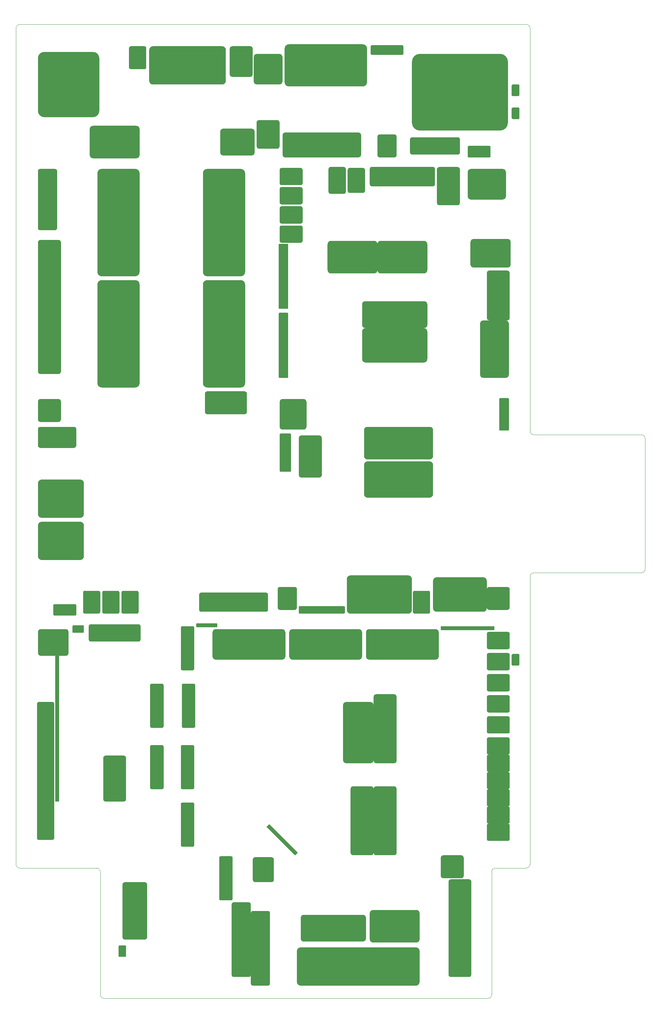
<source format=gbr>
G04 #@! TF.GenerationSoftware,KiCad,Pcbnew,6.0.10+dfsg-1~bpo11+1*
G04 #@! TF.ProjectId,main,6d61696e-2e6b-4696-9361-645f70636258,5.0*
G04 #@! TF.SameCoordinates,Original*
G04 #@! TF.FileFunction,Copper,L1,Top*
G04 #@! TF.FilePolarity,Positive*
%FSLAX46Y46*%
G04 Gerber Fmt 4.6, Leading zero omitted, Abs format (unit mm)*
%MOMM*%
%LPD*%
G01*
G04 APERTURE LIST*
G04 #@! TA.AperFunction,Profile*
%ADD10C,0.120000*%
G04 #@! TD*
G04 APERTURE END LIST*
D10*
X237280000Y-163320000D02*
X209280000Y-163320000D01*
X207280000Y-240320000D02*
X199280000Y-240320000D01*
X75280000Y-20320000D02*
X207280000Y-20320000D01*
X198280000Y-241320000D02*
X198280000Y-273320000D01*
X238280000Y-128320000D02*
X238280000Y-162320000D01*
X209280000Y-127320000D02*
X237280000Y-127320000D01*
X197280000Y-274320000D02*
X97280000Y-274320000D01*
X74280000Y-239320000D02*
X74280000Y-21320000D01*
X208280000Y-164320000D02*
X208280000Y-239320000D01*
X95280000Y-240320000D02*
X75280000Y-240320000D01*
X208280000Y-21320000D02*
X208280000Y-126320000D01*
X96280000Y-273320000D02*
X96280000Y-241320000D01*
X96280000Y-241320000D02*
G75*
G03*
X95280000Y-240320000I-1000000J0D01*
G01*
X209280000Y-163320000D02*
G75*
G03*
X208280000Y-164320000I0J-1000000D01*
G01*
X237280000Y-163320000D02*
G75*
G03*
X238280000Y-162320000I0J1000000D01*
G01*
X208280000Y-126320000D02*
G75*
G03*
X209280000Y-127320000I1000000J0D01*
G01*
X75280000Y-20320000D02*
G75*
G03*
X74280000Y-21320000I-1J-999999D01*
G01*
X199280000Y-240320000D02*
G75*
G03*
X198280000Y-241320000I0J-1000000D01*
G01*
X207280000Y-240320000D02*
G75*
G03*
X208280000Y-239320000I0J1000000D01*
G01*
X74280000Y-239320000D02*
G75*
G03*
X75280000Y-240320000I999999J-1D01*
G01*
X96280000Y-273320000D02*
G75*
G03*
X97280000Y-274320000I1000000J0D01*
G01*
X197280000Y-274320000D02*
G75*
G03*
X198280000Y-273320000I0J1000000D01*
G01*
X208280000Y-21320000D02*
G75*
G03*
X207280000Y-20320000I-1000000J0D01*
G01*
X238280000Y-128320000D02*
G75*
G03*
X237280000Y-127320000I-1000000J0D01*
G01*
G04 #@! TA.AperFunction,SMDPad,CuDef*
G36*
G01*
X109000000Y-35000000D02*
X109000000Y-27000000D01*
G75*
G02*
X110000000Y-26000000I1000000J0D01*
G01*
X128000000Y-26000000D01*
G75*
G02*
X129000000Y-27000000I0J-1000000D01*
G01*
X129000000Y-35000000D01*
G75*
G02*
X128000000Y-36000000I-1000000J0D01*
G01*
X110000000Y-36000000D01*
G75*
G02*
X109000000Y-35000000I0J1000000D01*
G01*
G37*
G04 #@! TD.AperFunction*
G04 #@! TA.AperFunction,SMDPad,CuDef*
G36*
G01*
X102800000Y-263500000D02*
X101200000Y-263500000D01*
G75*
G02*
X101000000Y-263300000I0J200000D01*
G01*
X101000000Y-260700000D01*
G75*
G02*
X101200000Y-260500000I200000J0D01*
G01*
X102800000Y-260500000D01*
G75*
G02*
X103000000Y-260700000I0J-200000D01*
G01*
X103000000Y-263300000D01*
G75*
G02*
X102800000Y-263500000I-200000J0D01*
G01*
G37*
G04 #@! TD.AperFunction*
G04 #@! TA.AperFunction,SMDPad,CuDef*
G36*
G01*
X148550000Y-62250000D02*
X143450000Y-62250000D01*
G75*
G02*
X143000000Y-61800000I0J450000D01*
G01*
X143000000Y-58200000D01*
G75*
G02*
X143450000Y-57750000I450000J0D01*
G01*
X148550000Y-57750000D01*
G75*
G02*
X149000000Y-58200000I0J-450000D01*
G01*
X149000000Y-61800000D01*
G75*
G02*
X148550000Y-62250000I-450000J0D01*
G01*
G37*
G04 #@! TD.AperFunction*
G04 #@! TA.AperFunction,SMDPad,CuDef*
G36*
G01*
X181500000Y-93200000D02*
X181500000Y-98800000D01*
G75*
G02*
X180800000Y-99500000I-700000J0D01*
G01*
X165200000Y-99500000D01*
G75*
G02*
X164500000Y-98800000I0J700000D01*
G01*
X164500000Y-93200000D01*
G75*
G02*
X165200000Y-92500000I700000J0D01*
G01*
X180800000Y-92500000D01*
G75*
G02*
X181500000Y-93200000I0J-700000D01*
G01*
G37*
G04 #@! TD.AperFunction*
G04 #@! TA.AperFunction,SMDPad,CuDef*
G36*
G01*
X94400000Y-44500000D02*
X81600000Y-44500000D01*
G75*
G02*
X80000000Y-42900000I0J1600000D01*
G01*
X80000000Y-29100000D01*
G75*
G02*
X81600000Y-27500000I1600000J0D01*
G01*
X94400000Y-27500000D01*
G75*
G02*
X96000000Y-29100000I0J-1600000D01*
G01*
X96000000Y-42900000D01*
G75*
G02*
X94400000Y-44500000I-1600000J0D01*
G01*
G37*
G04 #@! TD.AperFunction*
G04 #@! TA.AperFunction,SMDPad,CuDef*
G36*
G01*
X80000000Y-184300000D02*
X80000000Y-178700000D01*
G75*
G02*
X80700000Y-178000000I700000J0D01*
G01*
X87300000Y-178000000D01*
G75*
G02*
X88000000Y-178700000I0J-700000D01*
G01*
X88000000Y-184300000D01*
G75*
G02*
X87300000Y-185000000I-700000J0D01*
G01*
X80700000Y-185000000D01*
G75*
G02*
X80000000Y-184300000I0J700000D01*
G01*
G37*
G04 #@! TD.AperFunction*
G04 #@! TA.AperFunction,SMDPad,CuDef*
G36*
G01*
X145500000Y-185200000D02*
X145500000Y-178800000D01*
G75*
G02*
X146300000Y-178000000I800000J0D01*
G01*
X163700000Y-178000000D01*
G75*
G02*
X164500000Y-178800000I0J-800000D01*
G01*
X164500000Y-185200000D01*
G75*
G02*
X163700000Y-186000000I-800000J0D01*
G01*
X146300000Y-186000000D01*
G75*
G02*
X145500000Y-185200000I0J800000D01*
G01*
G37*
G04 #@! TD.AperFunction*
G04 #@! TA.AperFunction,SMDPad,CuDef*
G36*
G01*
X187600000Y-243250000D02*
X192400000Y-243250000D01*
G75*
G02*
X193000000Y-243850000I0J-600000D01*
G01*
X193000000Y-268150000D01*
G75*
G02*
X192400000Y-268750000I-600000J0D01*
G01*
X187600000Y-268750000D01*
G75*
G02*
X187000000Y-268150000I0J600000D01*
G01*
X187000000Y-243850000D01*
G75*
G02*
X187600000Y-243250000I600000J0D01*
G01*
G37*
G04 #@! TD.AperFunction*
G04 #@! TA.AperFunction,SMDPad,CuDef*
G36*
G01*
X96600000Y-87000000D02*
X105400000Y-87000000D01*
G75*
G02*
X106500000Y-88100000I0J-1100000D01*
G01*
X106500000Y-113900000D01*
G75*
G02*
X105400000Y-115000000I-1100000J0D01*
G01*
X96600000Y-115000000D01*
G75*
G02*
X95500000Y-113900000I0J1100000D01*
G01*
X95500000Y-88100000D01*
G75*
G02*
X96600000Y-87000000I1100000J0D01*
G01*
G37*
G04 #@! TD.AperFunction*
G04 #@! TA.AperFunction,SMDPad,CuDef*
G36*
G01*
X109600000Y-208250000D02*
X112400000Y-208250000D01*
G75*
G02*
X112750000Y-208600000I0J-350000D01*
G01*
X112750000Y-219400000D01*
G75*
G02*
X112400000Y-219750000I-350000J0D01*
G01*
X109600000Y-219750000D01*
G75*
G02*
X109250000Y-219400000I0J350000D01*
G01*
X109250000Y-208600000D01*
G75*
G02*
X109600000Y-208250000I350000J0D01*
G01*
G37*
G04 #@! TD.AperFunction*
G04 #@! TA.AperFunction,SMDPad,CuDef*
G36*
G01*
X85400000Y-111500000D02*
X80600000Y-111500000D01*
G75*
G02*
X80000000Y-110900000I0J600000D01*
G01*
X80000000Y-77100000D01*
G75*
G02*
X80600000Y-76500000I600000J0D01*
G01*
X85400000Y-76500000D01*
G75*
G02*
X86000000Y-77100000I0J-600000D01*
G01*
X86000000Y-110900000D01*
G75*
G02*
X85400000Y-111500000I-600000J0D01*
G01*
G37*
G04 #@! TD.AperFunction*
G04 #@! TA.AperFunction,SMDPad,CuDef*
G36*
G01*
X93250000Y-180800000D02*
X93250000Y-177200000D01*
G75*
G02*
X93700000Y-176750000I450000J0D01*
G01*
X106300000Y-176750000D01*
G75*
G02*
X106750000Y-177200000I0J-450000D01*
G01*
X106750000Y-180800000D01*
G75*
G02*
X106300000Y-181250000I-450000J0D01*
G01*
X93700000Y-181250000D01*
G75*
G02*
X93250000Y-180800000I0J450000D01*
G01*
G37*
G04 #@! TD.AperFunction*
G04 #@! TA.AperFunction,SMDPad,CuDef*
G36*
G01*
X103750000Y-31550000D02*
X103750000Y-26450000D01*
G75*
G02*
X104200000Y-26000000I450000J0D01*
G01*
X107800000Y-26000000D01*
G75*
G02*
X108250000Y-26450000I0J-450000D01*
G01*
X108250000Y-31550000D01*
G75*
G02*
X107800000Y-32000000I-450000J0D01*
G01*
X104200000Y-32000000D01*
G75*
G02*
X103750000Y-31550000I0J450000D01*
G01*
G37*
G04 #@! TD.AperFunction*
G04 #@! TA.AperFunction,SMDPad,CuDef*
G36*
G01*
X85400000Y-124000000D02*
X80600000Y-124000000D01*
G75*
G02*
X80000000Y-123400000I0J600000D01*
G01*
X80000000Y-118600000D01*
G75*
G02*
X80600000Y-118000000I600000J0D01*
G01*
X85400000Y-118000000D01*
G75*
G02*
X86000000Y-118600000I0J-600000D01*
G01*
X86000000Y-123400000D01*
G75*
G02*
X85400000Y-124000000I-600000J0D01*
G01*
G37*
G04 #@! TD.AperFunction*
G04 #@! TA.AperFunction,SMDPad,CuDef*
G36*
G01*
X196000000Y-97500000D02*
X202000000Y-97500000D01*
G75*
G02*
X202750000Y-98250000I0J-750000D01*
G01*
X202750000Y-111750000D01*
G75*
G02*
X202000000Y-112500000I-750000J0D01*
G01*
X196000000Y-112500000D01*
G75*
G02*
X195250000Y-111750000I0J750000D01*
G01*
X195250000Y-98250000D01*
G75*
G02*
X196000000Y-97500000I750000J0D01*
G01*
G37*
G04 #@! TD.AperFunction*
G04 #@! TA.AperFunction,SMDPad,CuDef*
G36*
G01*
X184000000Y-66900000D02*
X184000000Y-58100000D01*
G75*
G02*
X184600000Y-57500000I600000J0D01*
G01*
X189400000Y-57500000D01*
G75*
G02*
X190000000Y-58100000I0J-600000D01*
G01*
X190000000Y-66900000D01*
G75*
G02*
X189400000Y-67500000I-600000J0D01*
G01*
X184600000Y-67500000D01*
G75*
G02*
X184000000Y-66900000I0J600000D01*
G01*
G37*
G04 #@! TD.AperFunction*
G04 #@! TA.AperFunction,SMDPad,CuDef*
G36*
G01*
X128200000Y-47500000D02*
X135800000Y-47500000D01*
G75*
G02*
X136500000Y-48200000I0J-700000D01*
G01*
X136500000Y-53800000D01*
G75*
G02*
X135800000Y-54500000I-700000J0D01*
G01*
X128200000Y-54500000D01*
G75*
G02*
X127500000Y-53800000I0J700000D01*
G01*
X127500000Y-48200000D01*
G75*
G02*
X128200000Y-47500000I700000J0D01*
G01*
G37*
G04 #@! TD.AperFunction*
G04 #@! TA.AperFunction,SMDPad,CuDef*
G36*
G01*
X117600000Y-223250000D02*
X120400000Y-223250000D01*
G75*
G02*
X120750000Y-223600000I0J-350000D01*
G01*
X120750000Y-234400000D01*
G75*
G02*
X120400000Y-234750000I-350000J0D01*
G01*
X117600000Y-234750000D01*
G75*
G02*
X117250000Y-234400000I0J350000D01*
G01*
X117250000Y-223600000D01*
G75*
G02*
X117600000Y-223250000I350000J0D01*
G01*
G37*
G04 #@! TD.AperFunction*
G04 #@! TA.AperFunction,SMDPad,CuDef*
G36*
G01*
X197000000Y-165400000D02*
X197000000Y-172600000D01*
G75*
G02*
X196100000Y-173500000I-900000J0D01*
G01*
X183900000Y-173500000D01*
G75*
G02*
X183000000Y-172600000I0J900000D01*
G01*
X183000000Y-165400000D01*
G75*
G02*
X183900000Y-164500000I900000J0D01*
G01*
X196100000Y-164500000D01*
G75*
G02*
X197000000Y-165400000I0J-900000D01*
G01*
G37*
G04 #@! TD.AperFunction*
G04 #@! TA.AperFunction,SMDPad,CuDef*
G36*
G01*
X205300000Y-39000000D02*
X203700000Y-39000000D01*
G75*
G02*
X203500000Y-38800000I0J200000D01*
G01*
X203500000Y-36200000D01*
G75*
G02*
X203700000Y-36000000I200000J0D01*
G01*
X205300000Y-36000000D01*
G75*
G02*
X205500000Y-36200000I0J-200000D01*
G01*
X205500000Y-38800000D01*
G75*
G02*
X205300000Y-39000000I-200000J0D01*
G01*
G37*
G04 #@! TD.AperFunction*
G04 #@! TA.AperFunction,SMDPad,CuDef*
G36*
G01*
X165500000Y-185200000D02*
X165500000Y-178800000D01*
G75*
G02*
X166300000Y-178000000I800000J0D01*
G01*
X183700000Y-178000000D01*
G75*
G02*
X184500000Y-178800000I0J-800000D01*
G01*
X184500000Y-185200000D01*
G75*
G02*
X183700000Y-186000000I-800000J0D01*
G01*
X166300000Y-186000000D01*
G75*
G02*
X165500000Y-185200000I0J800000D01*
G01*
G37*
G04 #@! TD.AperFunction*
G04 #@! TA.AperFunction,SMDPad,CuDef*
G36*
G01*
X205300000Y-45000000D02*
X203700000Y-45000000D01*
G75*
G02*
X203500000Y-44800000I0J200000D01*
G01*
X203500000Y-42200000D01*
G75*
G02*
X203700000Y-42000000I200000J0D01*
G01*
X205300000Y-42000000D01*
G75*
G02*
X205500000Y-42200000I0J-200000D01*
G01*
X205500000Y-44800000D01*
G75*
G02*
X205300000Y-45000000I-200000J0D01*
G01*
G37*
G04 #@! TD.AperFunction*
G04 #@! TA.AperFunction,SMDPad,CuDef*
G36*
G01*
X203000000Y-167600000D02*
X203000000Y-172400000D01*
G75*
G02*
X202400000Y-173000000I-600000J0D01*
G01*
X197600000Y-173000000D01*
G75*
G02*
X197000000Y-172400000I0J600000D01*
G01*
X197000000Y-167600000D01*
G75*
G02*
X197600000Y-167000000I600000J0D01*
G01*
X202400000Y-167000000D01*
G75*
G02*
X203000000Y-167600000I0J-600000D01*
G01*
G37*
G04 #@! TD.AperFunction*
G04 #@! TA.AperFunction,SMDPad,CuDef*
G36*
G01*
X177500000Y-165000000D02*
X177500000Y-173000000D01*
G75*
G02*
X176500000Y-174000000I-1000000J0D01*
G01*
X161500000Y-174000000D01*
G75*
G02*
X160500000Y-173000000I0J1000000D01*
G01*
X160500000Y-165000000D01*
G75*
G02*
X161500000Y-164000000I1000000J0D01*
G01*
X176500000Y-164000000D01*
G75*
G02*
X177500000Y-165000000I0J-1000000D01*
G01*
G37*
G04 #@! TD.AperFunction*
G04 #@! TA.AperFunction,SMDPad,CuDef*
G36*
G01*
X147636397Y-236363604D02*
X147070711Y-236929290D01*
G75*
G02*
X146929289Y-236929290I-70711J70711D01*
G01*
X139646089Y-229646090D01*
G75*
G02*
X139646089Y-229504668I70711J70711D01*
G01*
X140211775Y-228938982D01*
G75*
G02*
X140353197Y-228938982I70711J-70711D01*
G01*
X147636397Y-236222182D01*
G75*
G02*
X147636397Y-236363604I-70711J-70711D01*
G01*
G37*
G04 #@! TD.AperFunction*
G04 #@! TA.AperFunction,SMDPad,CuDef*
G36*
G01*
X131000000Y-249250000D02*
X135000000Y-249250000D01*
G75*
G02*
X135500000Y-249750000I0J-500000D01*
G01*
X135500000Y-268250000D01*
G75*
G02*
X135000000Y-268750000I-500000J0D01*
G01*
X131000000Y-268750000D01*
G75*
G02*
X130500000Y-268250000I0J500000D01*
G01*
X130500000Y-249750000D01*
G75*
G02*
X131000000Y-249250000I500000J0D01*
G01*
G37*
G04 #@! TD.AperFunction*
G04 #@! TA.AperFunction,SMDPad,CuDef*
G36*
G01*
X101250000Y-168450000D02*
X101250000Y-173550000D01*
G75*
G02*
X100800000Y-174000000I-450000J0D01*
G01*
X97200000Y-174000000D01*
G75*
G02*
X96750000Y-173550000I0J450000D01*
G01*
X96750000Y-168450000D01*
G75*
G02*
X97200000Y-168000000I450000J0D01*
G01*
X100800000Y-168000000D01*
G75*
G02*
X101250000Y-168450000I0J-450000D01*
G01*
G37*
G04 #@! TD.AperFunction*
G04 #@! TA.AperFunction,SMDPad,CuDef*
G36*
G01*
X193500000Y-76250000D02*
X202500000Y-76250000D01*
G75*
G02*
X203250000Y-77000000I0J-750000D01*
G01*
X203250000Y-83000000D01*
G75*
G02*
X202500000Y-83750000I-750000J0D01*
G01*
X193500000Y-83750000D01*
G75*
G02*
X192750000Y-83000000I0J750000D01*
G01*
X192750000Y-77000000D01*
G75*
G02*
X193500000Y-76250000I750000J0D01*
G01*
G37*
G04 #@! TD.AperFunction*
G04 #@! TA.AperFunction,SMDPad,CuDef*
G36*
G01*
X83800000Y-233000000D02*
X80200000Y-233000000D01*
G75*
G02*
X79750000Y-232550000I0J450000D01*
G01*
X79750000Y-197450000D01*
G75*
G02*
X80200000Y-197000000I450000J0D01*
G01*
X83800000Y-197000000D01*
G75*
G02*
X84250000Y-197450000I0J-450000D01*
G01*
X84250000Y-232550000D01*
G75*
G02*
X83800000Y-233000000I-450000J0D01*
G01*
G37*
G04 #@! TD.AperFunction*
G04 #@! TA.AperFunction,SMDPad,CuDef*
G36*
G01*
X192000000Y-54700000D02*
X192000000Y-52300000D01*
G75*
G02*
X192300000Y-52000000I300000J0D01*
G01*
X197700000Y-52000000D01*
G75*
G02*
X198000000Y-52300000I0J-300000D01*
G01*
X198000000Y-54700000D01*
G75*
G02*
X197700000Y-55000000I-300000J0D01*
G01*
X192300000Y-55000000D01*
G75*
G02*
X192000000Y-54700000I0J300000D01*
G01*
G37*
G04 #@! TD.AperFunction*
G04 #@! TA.AperFunction,SMDPad,CuDef*
G36*
G01*
X165500000Y-253200000D02*
X165500000Y-258800000D01*
G75*
G02*
X164800000Y-259500000I-700000J0D01*
G01*
X149200000Y-259500000D01*
G75*
G02*
X148500000Y-258800000I0J700000D01*
G01*
X148500000Y-253200000D01*
G75*
G02*
X149200000Y-252500000I700000J0D01*
G01*
X164800000Y-252500000D01*
G75*
G02*
X165500000Y-253200000I0J-700000D01*
G01*
G37*
G04 #@! TD.AperFunction*
G04 #@! TA.AperFunction,SMDPad,CuDef*
G36*
G01*
X130000000Y-33400000D02*
X130000000Y-26600000D01*
G75*
G02*
X130600000Y-26000000I600000J0D01*
G01*
X135400000Y-26000000D01*
G75*
G02*
X136000000Y-26600000I0J-600000D01*
G01*
X136000000Y-33400000D01*
G75*
G02*
X135400000Y-34000000I-600000J0D01*
G01*
X130600000Y-34000000D01*
G75*
G02*
X130000000Y-33400000I0J600000D01*
G01*
G37*
G04 #@! TD.AperFunction*
G04 #@! TA.AperFunction,SMDPad,CuDef*
G36*
G01*
X90000000Y-171800000D02*
X90000000Y-174200000D01*
G75*
G02*
X89700000Y-174500000I-300000J0D01*
G01*
X84300000Y-174500000D01*
G75*
G02*
X84000000Y-174200000I0J300000D01*
G01*
X84000000Y-171800000D01*
G75*
G02*
X84300000Y-171500000I300000J0D01*
G01*
X89700000Y-171500000D01*
G75*
G02*
X90000000Y-171800000I0J-300000D01*
G01*
G37*
G04 #@! TD.AperFunction*
G04 #@! TA.AperFunction,SMDPad,CuDef*
G36*
G01*
X197450000Y-228750000D02*
X202550000Y-228750000D01*
G75*
G02*
X203000000Y-229200000I0J-450000D01*
G01*
X203000000Y-232800000D01*
G75*
G02*
X202550000Y-233250000I-450000J0D01*
G01*
X197450000Y-233250000D01*
G75*
G02*
X197000000Y-232800000I0J450000D01*
G01*
X197000000Y-229200000D01*
G75*
G02*
X197450000Y-228750000I450000J0D01*
G01*
G37*
G04 #@! TD.AperFunction*
G04 #@! TA.AperFunction,SMDPad,CuDef*
G36*
G01*
X160750000Y-63800000D02*
X160750000Y-58200000D01*
G75*
G02*
X161200000Y-57750000I450000J0D01*
G01*
X164800000Y-57750000D01*
G75*
G02*
X165250000Y-58200000I0J-450000D01*
G01*
X165250000Y-63800000D01*
G75*
G02*
X164800000Y-64250000I-450000J0D01*
G01*
X161200000Y-64250000D01*
G75*
G02*
X160750000Y-63800000I0J450000D01*
G01*
G37*
G04 #@! TD.AperFunction*
G04 #@! TA.AperFunction,SMDPad,CuDef*
G36*
G01*
X123500000Y-121400000D02*
X123500000Y-116600000D01*
G75*
G02*
X124100000Y-116000000I600000J0D01*
G01*
X133900000Y-116000000D01*
G75*
G02*
X134500000Y-116600000I0J-600000D01*
G01*
X134500000Y-121400000D01*
G75*
G02*
X133900000Y-122000000I-600000J0D01*
G01*
X124100000Y-122000000D01*
G75*
G02*
X123500000Y-121400000I0J600000D01*
G01*
G37*
G04 #@! TD.AperFunction*
G04 #@! TA.AperFunction,SMDPad,CuDef*
G36*
G01*
X89000000Y-178800000D02*
X89000000Y-177200000D01*
G75*
G02*
X89200000Y-177000000I200000J0D01*
G01*
X91800000Y-177000000D01*
G75*
G02*
X92000000Y-177200000I0J-200000D01*
G01*
X92000000Y-178800000D01*
G75*
G02*
X91800000Y-179000000I-200000J0D01*
G01*
X89200000Y-179000000D01*
G75*
G02*
X89000000Y-178800000I0J200000D01*
G01*
G37*
G04 #@! TD.AperFunction*
G04 #@! TA.AperFunction,SMDPad,CuDef*
G36*
G01*
X117850000Y-192250000D02*
X120650000Y-192250000D01*
G75*
G02*
X121000000Y-192600000I0J-350000D01*
G01*
X121000000Y-203400000D01*
G75*
G02*
X120650000Y-203750000I-350000J0D01*
G01*
X117850000Y-203750000D01*
G75*
G02*
X117500000Y-203400000I0J350000D01*
G01*
X117500000Y-192600000D01*
G75*
G02*
X117850000Y-192250000I350000J0D01*
G01*
G37*
G04 #@! TD.AperFunction*
G04 #@! TA.AperFunction,SMDPad,CuDef*
G36*
G01*
X97600000Y-211000000D02*
X102400000Y-211000000D01*
G75*
G02*
X103000000Y-211600000I0J-600000D01*
G01*
X103000000Y-222400000D01*
G75*
G02*
X102400000Y-223000000I-600000J0D01*
G01*
X97600000Y-223000000D01*
G75*
G02*
X97000000Y-222400000I0J600000D01*
G01*
X97000000Y-211600000D01*
G75*
G02*
X97600000Y-211000000I600000J0D01*
G01*
G37*
G04 #@! TD.AperFunction*
G04 #@! TA.AperFunction,SMDPad,CuDef*
G36*
G01*
X197450000Y-224250000D02*
X202550000Y-224250000D01*
G75*
G02*
X203000000Y-224700000I0J-450000D01*
G01*
X203000000Y-228300000D01*
G75*
G02*
X202550000Y-228750000I-450000J0D01*
G01*
X197450000Y-228750000D01*
G75*
G02*
X197000000Y-228300000I0J450000D01*
G01*
X197000000Y-224700000D01*
G75*
G02*
X197450000Y-224250000I450000J0D01*
G01*
G37*
G04 #@! TD.AperFunction*
G04 #@! TA.AperFunction,SMDPad,CuDef*
G36*
G01*
X145000000Y-112500000D02*
X143000000Y-112500000D01*
G75*
G02*
X142750000Y-112250000I0J250000D01*
G01*
X142750000Y-95750000D01*
G75*
G02*
X143000000Y-95500000I250000J0D01*
G01*
X145000000Y-95500000D01*
G75*
G02*
X145250000Y-95750000I0J-250000D01*
G01*
X145250000Y-112250000D01*
G75*
G02*
X145000000Y-112500000I-250000J0D01*
G01*
G37*
G04 #@! TD.AperFunction*
G04 #@! TA.AperFunction,SMDPad,CuDef*
G36*
G01*
X85400000Y-223000000D02*
X84600000Y-223000000D01*
G75*
G02*
X84500000Y-222900000I0J100000D01*
G01*
X84500000Y-185100000D01*
G75*
G02*
X84600000Y-185000000I100000J0D01*
G01*
X85400000Y-185000000D01*
G75*
G02*
X85500000Y-185100000I0J-100000D01*
G01*
X85500000Y-222900000D01*
G75*
G02*
X85400000Y-223000000I-100000J0D01*
G01*
G37*
G04 #@! TD.AperFunction*
G04 #@! TA.AperFunction,SMDPad,CuDef*
G36*
G01*
X197450000Y-206250000D02*
X202550000Y-206250000D01*
G75*
G02*
X203000000Y-206700000I0J-450000D01*
G01*
X203000000Y-210300000D01*
G75*
G02*
X202550000Y-210750000I-450000J0D01*
G01*
X197450000Y-210750000D01*
G75*
G02*
X197000000Y-210300000I0J450000D01*
G01*
X197000000Y-206700000D01*
G75*
G02*
X197450000Y-206250000I450000J0D01*
G01*
G37*
G04 #@! TD.AperFunction*
G04 #@! TA.AperFunction,SMDPad,CuDef*
G36*
G01*
X166750000Y-28000000D02*
X166750000Y-26000000D01*
G75*
G02*
X167000000Y-25750000I250000J0D01*
G01*
X175000000Y-25750000D01*
G75*
G02*
X175250000Y-26000000I0J-250000D01*
G01*
X175250000Y-28000000D01*
G75*
G02*
X175000000Y-28250000I-250000J0D01*
G01*
X167000000Y-28250000D01*
G75*
G02*
X166750000Y-28000000I0J250000D01*
G01*
G37*
G04 #@! TD.AperFunction*
G04 #@! TA.AperFunction,SMDPad,CuDef*
G36*
G01*
X140000000Y-271000000D02*
X136000000Y-271000000D01*
G75*
G02*
X135500000Y-270500000I0J500000D01*
G01*
X135500000Y-252000000D01*
G75*
G02*
X136000000Y-251500000I500000J0D01*
G01*
X140000000Y-251500000D01*
G75*
G02*
X140500000Y-252000000I0J-500000D01*
G01*
X140500000Y-270500000D01*
G75*
G02*
X140000000Y-271000000I-500000J0D01*
G01*
G37*
G04 #@! TD.AperFunction*
G04 #@! TA.AperFunction,SMDPad,CuDef*
G36*
G01*
X182250000Y-168450000D02*
X182250000Y-173550000D01*
G75*
G02*
X181800000Y-174000000I-450000J0D01*
G01*
X178200000Y-174000000D01*
G75*
G02*
X177750000Y-173550000I0J450000D01*
G01*
X177750000Y-168450000D01*
G75*
G02*
X178200000Y-168000000I450000J0D01*
G01*
X181800000Y-168000000D01*
G75*
G02*
X182250000Y-168450000I0J-450000D01*
G01*
G37*
G04 #@! TD.AperFunction*
G04 #@! TA.AperFunction,SMDPad,CuDef*
G36*
G01*
X197450000Y-184250000D02*
X202550000Y-184250000D01*
G75*
G02*
X203000000Y-184700000I0J-450000D01*
G01*
X203000000Y-188300000D01*
G75*
G02*
X202550000Y-188750000I-450000J0D01*
G01*
X197450000Y-188750000D01*
G75*
G02*
X197000000Y-188300000I0J450000D01*
G01*
X197000000Y-184700000D01*
G75*
G02*
X197450000Y-184250000I450000J0D01*
G01*
G37*
G04 #@! TD.AperFunction*
G04 #@! TA.AperFunction,SMDPad,CuDef*
G36*
G01*
X197450000Y-210750000D02*
X202550000Y-210750000D01*
G75*
G02*
X203000000Y-211200000I0J-450000D01*
G01*
X203000000Y-214800000D01*
G75*
G02*
X202550000Y-215250000I-450000J0D01*
G01*
X197450000Y-215250000D01*
G75*
G02*
X197000000Y-214800000I0J450000D01*
G01*
X197000000Y-211200000D01*
G75*
G02*
X197450000Y-210750000I450000J0D01*
G01*
G37*
G04 #@! TD.AperFunction*
G04 #@! TA.AperFunction,SMDPad,CuDef*
G36*
G01*
X140000000Y-169000000D02*
X140000000Y-173000000D01*
G75*
G02*
X139500000Y-173500000I-500000J0D01*
G01*
X122500000Y-173500000D01*
G75*
G02*
X122000000Y-173000000I0J500000D01*
G01*
X122000000Y-169000000D01*
G75*
G02*
X122500000Y-168500000I500000J0D01*
G01*
X139500000Y-168500000D01*
G75*
G02*
X140000000Y-169000000I0J-500000D01*
G01*
G37*
G04 #@! TD.AperFunction*
G04 #@! TA.AperFunction,SMDPad,CuDef*
G36*
G01*
X197600000Y-84500000D02*
X202400000Y-84500000D01*
G75*
G02*
X203000000Y-85100000I0J-600000D01*
G01*
X203000000Y-96900000D01*
G75*
G02*
X202400000Y-97500000I-600000J0D01*
G01*
X197600000Y-97500000D01*
G75*
G02*
X197000000Y-96900000I0J600000D01*
G01*
X197000000Y-85100000D01*
G75*
G02*
X197600000Y-84500000I600000J0D01*
G01*
G37*
G04 #@! TD.AperFunction*
G04 #@! TA.AperFunction,SMDPad,CuDef*
G36*
G01*
X197450000Y-189750000D02*
X202550000Y-189750000D01*
G75*
G02*
X203000000Y-190200000I0J-450000D01*
G01*
X203000000Y-193800000D01*
G75*
G02*
X202550000Y-194250000I-450000J0D01*
G01*
X197450000Y-194250000D01*
G75*
G02*
X197000000Y-193800000I0J450000D01*
G01*
X197000000Y-190200000D01*
G75*
G02*
X197450000Y-189750000I450000J0D01*
G01*
G37*
G04 #@! TD.AperFunction*
G04 #@! TA.AperFunction,SMDPad,CuDef*
G36*
G01*
X172900000Y-237000000D02*
X168100000Y-237000000D01*
G75*
G02*
X167500000Y-236400000I0J600000D01*
G01*
X167500000Y-219600000D01*
G75*
G02*
X168100000Y-219000000I600000J0D01*
G01*
X172900000Y-219000000D01*
G75*
G02*
X173500000Y-219600000I0J-600000D01*
G01*
X173500000Y-236400000D01*
G75*
G02*
X172900000Y-237000000I-600000J0D01*
G01*
G37*
G04 #@! TD.AperFunction*
G04 #@! TA.AperFunction,SMDPad,CuDef*
G36*
G01*
X160000000Y-172200000D02*
X160000000Y-173800000D01*
G75*
G02*
X159800000Y-174000000I-200000J0D01*
G01*
X148200000Y-174000000D01*
G75*
G02*
X148000000Y-173800000I0J200000D01*
G01*
X148000000Y-172200000D01*
G75*
G02*
X148200000Y-172000000I200000J0D01*
G01*
X159800000Y-172000000D01*
G75*
G02*
X160000000Y-172200000I0J-200000D01*
G01*
G37*
G04 #@! TD.AperFunction*
G04 #@! TA.AperFunction,SMDPad,CuDef*
G36*
G01*
X197450000Y-219750000D02*
X202550000Y-219750000D01*
G75*
G02*
X203000000Y-220200000I0J-450000D01*
G01*
X203000000Y-223800000D01*
G75*
G02*
X202550000Y-224250000I-450000J0D01*
G01*
X197450000Y-224250000D01*
G75*
G02*
X197000000Y-223800000I0J450000D01*
G01*
X197000000Y-220200000D01*
G75*
G02*
X197450000Y-219750000I450000J0D01*
G01*
G37*
G04 #@! TD.AperFunction*
G04 #@! TA.AperFunction,SMDPad,CuDef*
G36*
G01*
X148550000Y-77250000D02*
X143450000Y-77250000D01*
G75*
G02*
X143000000Y-76800000I0J450000D01*
G01*
X143000000Y-73200000D01*
G75*
G02*
X143450000Y-72750000I450000J0D01*
G01*
X148550000Y-72750000D01*
G75*
G02*
X149000000Y-73200000I0J-450000D01*
G01*
X149000000Y-76800000D01*
G75*
G02*
X148550000Y-77250000I-450000J0D01*
G01*
G37*
G04 #@! TD.AperFunction*
G04 #@! TA.AperFunction,SMDPad,CuDef*
G36*
G01*
X197450000Y-200750000D02*
X202550000Y-200750000D01*
G75*
G02*
X203000000Y-201200000I0J-450000D01*
G01*
X203000000Y-204800000D01*
G75*
G02*
X202550000Y-205250000I-450000J0D01*
G01*
X197450000Y-205250000D01*
G75*
G02*
X197000000Y-204800000I0J450000D01*
G01*
X197000000Y-201200000D01*
G75*
G02*
X197450000Y-200750000I450000J0D01*
G01*
G37*
G04 #@! TD.AperFunction*
G04 #@! TA.AperFunction,SMDPad,CuDef*
G36*
G01*
X197450000Y-215250000D02*
X202550000Y-215250000D01*
G75*
G02*
X203000000Y-215700000I0J-450000D01*
G01*
X203000000Y-219300000D01*
G75*
G02*
X202550000Y-219750000I-450000J0D01*
G01*
X197450000Y-219750000D01*
G75*
G02*
X197000000Y-219300000I0J450000D01*
G01*
X197000000Y-215700000D01*
G75*
G02*
X197450000Y-215250000I450000J0D01*
G01*
G37*
G04 #@! TD.AperFunction*
G04 #@! TA.AperFunction,SMDPad,CuDef*
G36*
G01*
X173500000Y-49500000D02*
X173500000Y-54500000D01*
G75*
G02*
X173000000Y-55000000I-500000J0D01*
G01*
X169000000Y-55000000D01*
G75*
G02*
X168500000Y-54500000I0J500000D01*
G01*
X168500000Y-49500000D01*
G75*
G02*
X169000000Y-49000000I500000J0D01*
G01*
X173000000Y-49000000D01*
G75*
G02*
X173500000Y-49500000I0J-500000D01*
G01*
G37*
G04 #@! TD.AperFunction*
G04 #@! TA.AperFunction,SMDPad,CuDef*
G36*
G01*
X144300000Y-35400000D02*
X144300000Y-26600000D01*
G75*
G02*
X145400000Y-25500000I1100000J0D01*
G01*
X164700000Y-25500000D01*
G75*
G02*
X165800000Y-26600000I0J-1100000D01*
G01*
X165800000Y-35400000D01*
G75*
G02*
X164700000Y-36500000I-1100000J0D01*
G01*
X145400000Y-36500000D01*
G75*
G02*
X144300000Y-35400000I0J1100000D01*
G01*
G37*
G04 #@! TD.AperFunction*
G04 #@! TA.AperFunction,SMDPad,CuDef*
G36*
G01*
X192000000Y-65200000D02*
X192000000Y-58800000D01*
G75*
G02*
X192800000Y-58000000I800000J0D01*
G01*
X201200000Y-58000000D01*
G75*
G02*
X202000000Y-58800000I0J-800000D01*
G01*
X202000000Y-65200000D01*
G75*
G02*
X201200000Y-66000000I-800000J0D01*
G01*
X192800000Y-66000000D01*
G75*
G02*
X192000000Y-65200000I0J800000D01*
G01*
G37*
G04 #@! TD.AperFunction*
G04 #@! TA.AperFunction,SMDPad,CuDef*
G36*
G01*
X106250000Y-168450000D02*
X106250000Y-173550000D01*
G75*
G02*
X105800000Y-174000000I-450000J0D01*
G01*
X102200000Y-174000000D01*
G75*
G02*
X101750000Y-173550000I0J450000D01*
G01*
X101750000Y-168450000D01*
G75*
G02*
X102200000Y-168000000I450000J0D01*
G01*
X105800000Y-168000000D01*
G75*
G02*
X106250000Y-168450000I0J-450000D01*
G01*
G37*
G04 #@! TD.AperFunction*
G04 #@! TA.AperFunction,SMDPad,CuDef*
G36*
G01*
X160300000Y-197000000D02*
X166700000Y-197000000D01*
G75*
G02*
X167500000Y-197800000I0J-800000D01*
G01*
X167500000Y-212200000D01*
G75*
G02*
X166700000Y-213000000I-800000J0D01*
G01*
X160300000Y-213000000D01*
G75*
G02*
X159500000Y-212200000I0J800000D01*
G01*
X159500000Y-197800000D01*
G75*
G02*
X160300000Y-197000000I800000J0D01*
G01*
G37*
G04 #@! TD.AperFunction*
G04 #@! TA.AperFunction,SMDPad,CuDef*
G36*
G01*
X96600000Y-58000000D02*
X105400000Y-58000000D01*
G75*
G02*
X106500000Y-59100000I0J-1100000D01*
G01*
X106500000Y-84900000D01*
G75*
G02*
X105400000Y-86000000I-1100000J0D01*
G01*
X96600000Y-86000000D01*
G75*
G02*
X95500000Y-84900000I0J1100000D01*
G01*
X95500000Y-59100000D01*
G75*
G02*
X96600000Y-58000000I1100000J0D01*
G01*
G37*
G04 #@! TD.AperFunction*
G04 #@! TA.AperFunction,SMDPad,CuDef*
G36*
G01*
X185600000Y-237000000D02*
X190400000Y-237000000D01*
G75*
G02*
X191000000Y-237600000I0J-600000D01*
G01*
X191000000Y-242400000D01*
G75*
G02*
X190400000Y-243000000I-600000J0D01*
G01*
X185600000Y-243000000D01*
G75*
G02*
X185000000Y-242400000I0J600000D01*
G01*
X185000000Y-237600000D01*
G75*
G02*
X185600000Y-237000000I600000J0D01*
G01*
G37*
G04 #@! TD.AperFunction*
G04 #@! TA.AperFunction,SMDPad,CuDef*
G36*
G01*
X132900000Y-86000000D02*
X124100000Y-86000000D01*
G75*
G02*
X123000000Y-84900000I0J1100000D01*
G01*
X123000000Y-59100000D01*
G75*
G02*
X124100000Y-58000000I1100000J0D01*
G01*
X132900000Y-58000000D01*
G75*
G02*
X134000000Y-59100000I0J-1100000D01*
G01*
X134000000Y-84900000D01*
G75*
G02*
X132900000Y-86000000I-1100000J0D01*
G01*
G37*
G04 #@! TD.AperFunction*
G04 #@! TA.AperFunction,SMDPad,CuDef*
G36*
G01*
X91000000Y-149000000D02*
X81000000Y-149000000D01*
G75*
G02*
X80000000Y-148000000I0J1000000D01*
G01*
X80000000Y-140000000D01*
G75*
G02*
X81000000Y-139000000I1000000J0D01*
G01*
X91000000Y-139000000D01*
G75*
G02*
X92000000Y-140000000I0J-1000000D01*
G01*
X92000000Y-148000000D01*
G75*
G02*
X91000000Y-149000000I-1000000J0D01*
G01*
G37*
G04 #@! TD.AperFunction*
G04 #@! TA.AperFunction,SMDPad,CuDef*
G36*
G01*
X145700000Y-137000000D02*
X143300000Y-137000000D01*
G75*
G02*
X143000000Y-136700000I0J300000D01*
G01*
X143000000Y-127300000D01*
G75*
G02*
X143300000Y-127000000I300000J0D01*
G01*
X145700000Y-127000000D01*
G75*
G02*
X146000000Y-127300000I0J-300000D01*
G01*
X146000000Y-136700000D01*
G75*
G02*
X145700000Y-137000000I-300000J0D01*
G01*
G37*
G04 #@! TD.AperFunction*
G04 #@! TA.AperFunction,SMDPad,CuDef*
G36*
G01*
X185000000Y-178150000D02*
X185000000Y-177350000D01*
G75*
G02*
X185100000Y-177250000I100000J0D01*
G01*
X198900000Y-177250000D01*
G75*
G02*
X199000000Y-177350000I0J-100000D01*
G01*
X199000000Y-178150000D01*
G75*
G02*
X198900000Y-178250000I-100000J0D01*
G01*
X185100000Y-178250000D01*
G75*
G02*
X185000000Y-178150000I0J100000D01*
G01*
G37*
G04 #@! TD.AperFunction*
G04 #@! TA.AperFunction,SMDPad,CuDef*
G36*
G01*
X125500000Y-185200000D02*
X125500000Y-178800000D01*
G75*
G02*
X126300000Y-178000000I800000J0D01*
G01*
X143700000Y-178000000D01*
G75*
G02*
X144500000Y-178800000I0J-800000D01*
G01*
X144500000Y-185200000D01*
G75*
G02*
X143700000Y-186000000I-800000J0D01*
G01*
X126300000Y-186000000D01*
G75*
G02*
X125500000Y-185200000I0J800000D01*
G01*
G37*
G04 #@! TD.AperFunction*
G04 #@! TA.AperFunction,SMDPad,CuDef*
G36*
G01*
X106500000Y-47600000D02*
X106500000Y-54400000D01*
G75*
G02*
X105650000Y-55250000I-850000J0D01*
G01*
X94350000Y-55250000D01*
G75*
G02*
X93500000Y-54400000I0J850000D01*
G01*
X93500000Y-47600000D01*
G75*
G02*
X94350000Y-46750000I850000J0D01*
G01*
X105650000Y-46750000D01*
G75*
G02*
X106500000Y-47600000I0J-850000D01*
G01*
G37*
G04 #@! TD.AperFunction*
G04 #@! TA.AperFunction,SMDPad,CuDef*
G36*
G01*
X143000000Y-45850000D02*
X143000000Y-52150000D01*
G75*
G02*
X142400000Y-52750000I-600000J0D01*
G01*
X137600000Y-52750000D01*
G75*
G02*
X137000000Y-52150000I0J600000D01*
G01*
X137000000Y-45850000D01*
G75*
G02*
X137600000Y-45250000I600000J0D01*
G01*
X142400000Y-45250000D01*
G75*
G02*
X143000000Y-45850000I0J-600000D01*
G01*
G37*
G04 #@! TD.AperFunction*
G04 #@! TA.AperFunction,SMDPad,CuDef*
G36*
G01*
X179500000Y-28000000D02*
X200500000Y-28000000D01*
G75*
G02*
X202500000Y-30000000I0J-2000000D01*
G01*
X202500000Y-46000000D01*
G75*
G02*
X200500000Y-48000000I-2000000J0D01*
G01*
X179500000Y-48000000D01*
G75*
G02*
X177500000Y-46000000I0J2000000D01*
G01*
X177500000Y-30000000D01*
G75*
G02*
X179500000Y-28000000I2000000J0D01*
G01*
G37*
G04 #@! TD.AperFunction*
G04 #@! TA.AperFunction,SMDPad,CuDef*
G36*
G01*
X127600000Y-237250000D02*
X130400000Y-237250000D01*
G75*
G02*
X130750000Y-237600000I0J-350000D01*
G01*
X130750000Y-248400000D01*
G75*
G02*
X130400000Y-248750000I-350000J0D01*
G01*
X127600000Y-248750000D01*
G75*
G02*
X127250000Y-248400000I0J350000D01*
G01*
X127250000Y-237600000D01*
G75*
G02*
X127600000Y-237250000I350000J0D01*
G01*
G37*
G04 #@! TD.AperFunction*
G04 #@! TA.AperFunction,SMDPad,CuDef*
G36*
G01*
X197450000Y-195250000D02*
X202550000Y-195250000D01*
G75*
G02*
X203000000Y-195700000I0J-450000D01*
G01*
X203000000Y-199300000D01*
G75*
G02*
X202550000Y-199750000I-450000J0D01*
G01*
X197450000Y-199750000D01*
G75*
G02*
X197000000Y-199300000I0J450000D01*
G01*
X197000000Y-195700000D01*
G75*
G02*
X197450000Y-195250000I450000J0D01*
G01*
G37*
G04 #@! TD.AperFunction*
G04 #@! TA.AperFunction,SMDPad,CuDef*
G36*
G01*
X168500000Y-77600000D02*
X168500000Y-84400000D01*
G75*
G02*
X167650000Y-85250000I-850000J0D01*
G01*
X156350000Y-85250000D01*
G75*
G02*
X155500000Y-84400000I0J850000D01*
G01*
X155500000Y-77600000D01*
G75*
G02*
X156350000Y-76750000I850000J0D01*
G01*
X167650000Y-76750000D01*
G75*
G02*
X168500000Y-77600000I0J-850000D01*
G01*
G37*
G04 #@! TD.AperFunction*
G04 #@! TA.AperFunction,SMDPad,CuDef*
G36*
G01*
X147500000Y-167500000D02*
X147500000Y-172500000D01*
G75*
G02*
X147000000Y-173000000I-500000J0D01*
G01*
X143000000Y-173000000D01*
G75*
G02*
X142500000Y-172500000I0J500000D01*
G01*
X142500000Y-167500000D01*
G75*
G02*
X143000000Y-167000000I500000J0D01*
G01*
X147000000Y-167000000D01*
G75*
G02*
X147500000Y-167500000I0J-500000D01*
G01*
G37*
G04 #@! TD.AperFunction*
G04 #@! TA.AperFunction,SMDPad,CuDef*
G36*
G01*
X132900000Y-115000000D02*
X124100000Y-115000000D01*
G75*
G02*
X123000000Y-113900000I0J1100000D01*
G01*
X123000000Y-88100000D01*
G75*
G02*
X124100000Y-87000000I1100000J0D01*
G01*
X132900000Y-87000000D01*
G75*
G02*
X134000000Y-88100000I0J-1100000D01*
G01*
X134000000Y-113900000D01*
G75*
G02*
X132900000Y-115000000I-1100000J0D01*
G01*
G37*
G04 #@! TD.AperFunction*
G04 #@! TA.AperFunction,SMDPad,CuDef*
G36*
G01*
X162100000Y-219000000D02*
X166900000Y-219000000D01*
G75*
G02*
X167500000Y-219600000I0J-600000D01*
G01*
X167500000Y-236400000D01*
G75*
G02*
X166900000Y-237000000I-600000J0D01*
G01*
X162100000Y-237000000D01*
G75*
G02*
X161500000Y-236400000I0J600000D01*
G01*
X161500000Y-219600000D01*
G75*
G02*
X162100000Y-219000000I600000J0D01*
G01*
G37*
G04 #@! TD.AperFunction*
G04 #@! TA.AperFunction,SMDPad,CuDef*
G36*
G01*
X155750000Y-64050000D02*
X155750000Y-57950000D01*
G75*
G02*
X156200000Y-57500000I450000J0D01*
G01*
X159800000Y-57500000D01*
G75*
G02*
X160250000Y-57950000I0J-450000D01*
G01*
X160250000Y-64050000D01*
G75*
G02*
X159800000Y-64500000I-450000J0D01*
G01*
X156200000Y-64500000D01*
G75*
G02*
X155750000Y-64050000I0J450000D01*
G01*
G37*
G04 #@! TD.AperFunction*
G04 #@! TA.AperFunction,SMDPad,CuDef*
G36*
G01*
X109600000Y-192250000D02*
X112400000Y-192250000D01*
G75*
G02*
X112750000Y-192600000I0J-350000D01*
G01*
X112750000Y-203400000D01*
G75*
G02*
X112400000Y-203750000I-350000J0D01*
G01*
X109600000Y-203750000D01*
G75*
G02*
X109250000Y-203400000I0J350000D01*
G01*
X109250000Y-192600000D01*
G75*
G02*
X109600000Y-192250000I350000J0D01*
G01*
G37*
G04 #@! TD.AperFunction*
G04 #@! TA.AperFunction,SMDPad,CuDef*
G36*
G01*
X177000000Y-53800000D02*
X177000000Y-50200000D01*
G75*
G02*
X177450000Y-49750000I450000J0D01*
G01*
X189550000Y-49750000D01*
G75*
G02*
X190000000Y-50200000I0J-450000D01*
G01*
X190000000Y-53800000D01*
G75*
G02*
X189550000Y-54250000I-450000J0D01*
G01*
X177450000Y-54250000D01*
G75*
G02*
X177000000Y-53800000I0J450000D01*
G01*
G37*
G04 #@! TD.AperFunction*
G04 #@! TA.AperFunction,SMDPad,CuDef*
G36*
G01*
X121250000Y-177400000D02*
X121250000Y-176600000D01*
G75*
G02*
X121350000Y-176500000I100000J0D01*
G01*
X126650000Y-176500000D01*
G75*
G02*
X126750000Y-176600000I0J-100000D01*
G01*
X126750000Y-177400000D01*
G75*
G02*
X126650000Y-177500000I-100000J0D01*
G01*
X121350000Y-177500000D01*
G75*
G02*
X121250000Y-177400000I0J100000D01*
G01*
G37*
G04 #@! TD.AperFunction*
G04 #@! TA.AperFunction,SMDPad,CuDef*
G36*
G01*
X145000000Y-94500000D02*
X143000000Y-94500000D01*
G75*
G02*
X142750000Y-94250000I0J250000D01*
G01*
X142750000Y-77750000D01*
G75*
G02*
X143000000Y-77500000I250000J0D01*
G01*
X145000000Y-77500000D01*
G75*
G02*
X145250000Y-77750000I0J-250000D01*
G01*
X145250000Y-94250000D01*
G75*
G02*
X145000000Y-94500000I-250000J0D01*
G01*
G37*
G04 #@! TD.AperFunction*
G04 #@! TA.AperFunction,SMDPad,CuDef*
G36*
G01*
X96250000Y-168450000D02*
X96250000Y-173550000D01*
G75*
G02*
X95800000Y-174000000I-450000J0D01*
G01*
X92200000Y-174000000D01*
G75*
G02*
X91750000Y-173550000I0J450000D01*
G01*
X91750000Y-168450000D01*
G75*
G02*
X92200000Y-168000000I450000J0D01*
G01*
X95800000Y-168000000D01*
G75*
G02*
X96250000Y-168450000I0J-450000D01*
G01*
G37*
G04 #@! TD.AperFunction*
G04 #@! TA.AperFunction,SMDPad,CuDef*
G36*
G01*
X107850000Y-259000000D02*
X102650000Y-259000000D01*
G75*
G02*
X102000000Y-258350000I0J650000D01*
G01*
X102000000Y-244650000D01*
G75*
G02*
X102650000Y-244000000I650000J0D01*
G01*
X107850000Y-244000000D01*
G75*
G02*
X108500000Y-244650000I0J-650000D01*
G01*
X108500000Y-258350000D01*
G75*
G02*
X107850000Y-259000000I-650000J0D01*
G01*
G37*
G04 #@! TD.AperFunction*
G04 #@! TA.AperFunction,SMDPad,CuDef*
G36*
G01*
X166500000Y-62040000D02*
X166500000Y-57960000D01*
G75*
G02*
X167010000Y-57450000I510000J0D01*
G01*
X182990000Y-57450000D01*
G75*
G02*
X183500000Y-57960000I0J-510000D01*
G01*
X183500000Y-62040000D01*
G75*
G02*
X182990000Y-62550000I-510000J0D01*
G01*
X167010000Y-62550000D01*
G75*
G02*
X166500000Y-62040000I0J510000D01*
G01*
G37*
G04 #@! TD.AperFunction*
G04 #@! TA.AperFunction,SMDPad,CuDef*
G36*
G01*
X84500000Y-74000000D02*
X80500000Y-74000000D01*
G75*
G02*
X80000000Y-73500000I0J500000D01*
G01*
X80000000Y-58500000D01*
G75*
G02*
X80500000Y-58000000I500000J0D01*
G01*
X84500000Y-58000000D01*
G75*
G02*
X85000000Y-58500000I0J-500000D01*
G01*
X85000000Y-73500000D01*
G75*
G02*
X84500000Y-74000000I-500000J0D01*
G01*
G37*
G04 #@! TD.AperFunction*
G04 #@! TA.AperFunction,SMDPad,CuDef*
G36*
G01*
X183000000Y-126100000D02*
X183000000Y-132900000D01*
G75*
G02*
X182150000Y-133750000I-850000J0D01*
G01*
X165850000Y-133750000D01*
G75*
G02*
X165000000Y-132900000I0J850000D01*
G01*
X165000000Y-126100000D01*
G75*
G02*
X165850000Y-125250000I850000J0D01*
G01*
X182150000Y-125250000D01*
G75*
G02*
X183000000Y-126100000I0J-850000D01*
G01*
G37*
G04 #@! TD.AperFunction*
G04 #@! TA.AperFunction,SMDPad,CuDef*
G36*
G01*
X91000000Y-160000000D02*
X81000000Y-160000000D01*
G75*
G02*
X80000000Y-159000000I0J1000000D01*
G01*
X80000000Y-151000000D01*
G75*
G02*
X81000000Y-150000000I1000000J0D01*
G01*
X91000000Y-150000000D01*
G75*
G02*
X92000000Y-151000000I0J-1000000D01*
G01*
X92000000Y-159000000D01*
G75*
G02*
X91000000Y-160000000I-1000000J0D01*
G01*
G37*
G04 #@! TD.AperFunction*
G04 #@! TA.AperFunction,SMDPad,CuDef*
G36*
G01*
X148000000Y-137900000D02*
X148000000Y-128100000D01*
G75*
G02*
X148600000Y-127500000I600000J0D01*
G01*
X153400000Y-127500000D01*
G75*
G02*
X154000000Y-128100000I0J-600000D01*
G01*
X154000000Y-137900000D01*
G75*
G02*
X153400000Y-138500000I-600000J0D01*
G01*
X148600000Y-138500000D01*
G75*
G02*
X148000000Y-137900000I0J600000D01*
G01*
G37*
G04 #@! TD.AperFunction*
G04 #@! TA.AperFunction,SMDPad,CuDef*
G36*
G01*
X136250000Y-35250000D02*
X136250000Y-28750000D01*
G75*
G02*
X137000000Y-28000000I750000J0D01*
G01*
X143000000Y-28000000D01*
G75*
G02*
X143750000Y-28750000I0J-750000D01*
G01*
X143750000Y-35250000D01*
G75*
G02*
X143000000Y-36000000I-750000J0D01*
G01*
X137000000Y-36000000D01*
G75*
G02*
X136250000Y-35250000I0J750000D01*
G01*
G37*
G04 #@! TD.AperFunction*
G04 #@! TA.AperFunction,SMDPad,CuDef*
G36*
G01*
X117600000Y-208250000D02*
X120400000Y-208250000D01*
G75*
G02*
X120750000Y-208600000I0J-350000D01*
G01*
X120750000Y-219400000D01*
G75*
G02*
X120400000Y-219750000I-350000J0D01*
G01*
X117600000Y-219750000D01*
G75*
G02*
X117250000Y-219400000I0J350000D01*
G01*
X117250000Y-208600000D01*
G75*
G02*
X117600000Y-208250000I350000J0D01*
G01*
G37*
G04 #@! TD.AperFunction*
G04 #@! TA.AperFunction,SMDPad,CuDef*
G36*
G01*
X148550000Y-72250000D02*
X143450000Y-72250000D01*
G75*
G02*
X143000000Y-71800000I0J450000D01*
G01*
X143000000Y-68200000D01*
G75*
G02*
X143450000Y-67750000I450000J0D01*
G01*
X148550000Y-67750000D01*
G75*
G02*
X149000000Y-68200000I0J-450000D01*
G01*
X149000000Y-71800000D01*
G75*
G02*
X148550000Y-72250000I-450000J0D01*
G01*
G37*
G04 #@! TD.AperFunction*
G04 #@! TA.AperFunction,SMDPad,CuDef*
G36*
G01*
X179000000Y-38000000D02*
X179000000Y-30000000D01*
G75*
G02*
X180000000Y-29000000I1000000J0D01*
G01*
X201000000Y-29000000D01*
G75*
G02*
X202000000Y-30000000I0J-1000000D01*
G01*
X202000000Y-38000000D01*
G75*
G02*
X201000000Y-39000000I-1000000J0D01*
G01*
X180000000Y-39000000D01*
G75*
G02*
X179000000Y-38000000I0J1000000D01*
G01*
G37*
G04 #@! TD.AperFunction*
G04 #@! TA.AperFunction,SMDPad,CuDef*
G36*
G01*
X172900000Y-213000000D02*
X168100000Y-213000000D01*
G75*
G02*
X167500000Y-212400000I0J600000D01*
G01*
X167500000Y-195600000D01*
G75*
G02*
X168100000Y-195000000I600000J0D01*
G01*
X172900000Y-195000000D01*
G75*
G02*
X173500000Y-195600000I0J-600000D01*
G01*
X173500000Y-212400000D01*
G75*
G02*
X172900000Y-213000000I-600000J0D01*
G01*
G37*
G04 #@! TD.AperFunction*
G04 #@! TA.AperFunction,SMDPad,CuDef*
G36*
G01*
X89450000Y-130750000D02*
X80550000Y-130750000D01*
G75*
G02*
X80000000Y-130200000I0J550000D01*
G01*
X80000000Y-125800000D01*
G75*
G02*
X80550000Y-125250000I550000J0D01*
G01*
X89450000Y-125250000D01*
G75*
G02*
X90000000Y-125800000I0J-550000D01*
G01*
X90000000Y-130200000D01*
G75*
G02*
X89450000Y-130750000I-550000J0D01*
G01*
G37*
G04 #@! TD.AperFunction*
G04 #@! TA.AperFunction,SMDPad,CuDef*
G36*
G01*
X181500000Y-77600000D02*
X181500000Y-84400000D01*
G75*
G02*
X180650000Y-85250000I-850000J0D01*
G01*
X169350000Y-85250000D01*
G75*
G02*
X168500000Y-84400000I0J850000D01*
G01*
X168500000Y-77600000D01*
G75*
G02*
X169350000Y-76750000I850000J0D01*
G01*
X180650000Y-76750000D01*
G75*
G02*
X181500000Y-77600000I0J-850000D01*
G01*
G37*
G04 #@! TD.AperFunction*
G04 #@! TA.AperFunction,SMDPad,CuDef*
G36*
G01*
X200500000Y-117750000D02*
X202500000Y-117750000D01*
G75*
G02*
X202750000Y-118000000I0J-250000D01*
G01*
X202750000Y-126000000D01*
G75*
G02*
X202500000Y-126250000I-250000J0D01*
G01*
X200500000Y-126250000D01*
G75*
G02*
X200250000Y-126000000I0J250000D01*
G01*
X200250000Y-118000000D01*
G75*
G02*
X200500000Y-117750000I250000J0D01*
G01*
G37*
G04 #@! TD.AperFunction*
G04 #@! TA.AperFunction,SMDPad,CuDef*
G36*
G01*
X164500000Y-107600000D02*
X164500000Y-100400000D01*
G75*
G02*
X165400000Y-99500000I900000J0D01*
G01*
X180600000Y-99500000D01*
G75*
G02*
X181500000Y-100400000I0J-900000D01*
G01*
X181500000Y-107600000D01*
G75*
G02*
X180600000Y-108500000I-900000J0D01*
G01*
X165400000Y-108500000D01*
G75*
G02*
X164500000Y-107600000I0J900000D01*
G01*
G37*
G04 #@! TD.AperFunction*
G04 #@! TA.AperFunction,SMDPad,CuDef*
G36*
G01*
X140950000Y-244000000D02*
X136550000Y-244000000D01*
G75*
G02*
X136000000Y-243450000I0J550000D01*
G01*
X136000000Y-238050000D01*
G75*
G02*
X136550000Y-237500000I550000J0D01*
G01*
X140950000Y-237500000D01*
G75*
G02*
X141500000Y-238050000I0J-550000D01*
G01*
X141500000Y-243450000D01*
G75*
G02*
X140950000Y-244000000I-550000J0D01*
G01*
G37*
G04 #@! TD.AperFunction*
G04 #@! TA.AperFunction,SMDPad,CuDef*
G36*
G01*
X148550000Y-67250000D02*
X143450000Y-67250000D01*
G75*
G02*
X143000000Y-66800000I0J450000D01*
G01*
X143000000Y-63200000D01*
G75*
G02*
X143450000Y-62750000I450000J0D01*
G01*
X148550000Y-62750000D01*
G75*
G02*
X149000000Y-63200000I0J-450000D01*
G01*
X149000000Y-66800000D01*
G75*
G02*
X148550000Y-67250000I-450000J0D01*
G01*
G37*
G04 #@! TD.AperFunction*
G04 #@! TA.AperFunction,SMDPad,CuDef*
G36*
G01*
X197450000Y-178750000D02*
X202550000Y-178750000D01*
G75*
G02*
X203000000Y-179200000I0J-450000D01*
G01*
X203000000Y-182800000D01*
G75*
G02*
X202550000Y-183250000I-450000J0D01*
G01*
X197450000Y-183250000D01*
G75*
G02*
X197000000Y-182800000I0J450000D01*
G01*
X197000000Y-179200000D01*
G75*
G02*
X197450000Y-178750000I450000J0D01*
G01*
G37*
G04 #@! TD.AperFunction*
G04 #@! TA.AperFunction,SMDPad,CuDef*
G36*
G01*
X149300000Y-126000000D02*
X143700000Y-126000000D01*
G75*
G02*
X143000000Y-125300000I0J700000D01*
G01*
X143000000Y-118700000D01*
G75*
G02*
X143700000Y-118000000I700000J0D01*
G01*
X149300000Y-118000000D01*
G75*
G02*
X150000000Y-118700000I0J-700000D01*
G01*
X150000000Y-125300000D01*
G75*
G02*
X149300000Y-126000000I-700000J0D01*
G01*
G37*
G04 #@! TD.AperFunction*
G04 #@! TA.AperFunction,SMDPad,CuDef*
G36*
G01*
X179500000Y-262000000D02*
X179500000Y-270000000D01*
G75*
G02*
X178500000Y-271000000I-1000000J0D01*
G01*
X148500000Y-271000000D01*
G75*
G02*
X147500000Y-270000000I0J1000000D01*
G01*
X147500000Y-262000000D01*
G75*
G02*
X148500000Y-261000000I1000000J0D01*
G01*
X178500000Y-261000000D01*
G75*
G02*
X179500000Y-262000000I0J-1000000D01*
G01*
G37*
G04 #@! TD.AperFunction*
G04 #@! TA.AperFunction,SMDPad,CuDef*
G36*
G01*
X164250000Y-49150000D02*
X164250000Y-54350000D01*
G75*
G02*
X163600000Y-55000000I-650000J0D01*
G01*
X144400000Y-55000000D01*
G75*
G02*
X143750000Y-54350000I0J650000D01*
G01*
X143750000Y-49150000D01*
G75*
G02*
X144400000Y-48500000I650000J0D01*
G01*
X163600000Y-48500000D01*
G75*
G02*
X164250000Y-49150000I0J-650000D01*
G01*
G37*
G04 #@! TD.AperFunction*
G04 #@! TA.AperFunction,SMDPad,CuDef*
G36*
G01*
X179500000Y-252100000D02*
X179500000Y-258900000D01*
G75*
G02*
X178650000Y-259750000I-850000J0D01*
G01*
X167350000Y-259750000D01*
G75*
G02*
X166500000Y-258900000I0J850000D01*
G01*
X166500000Y-252100000D01*
G75*
G02*
X167350000Y-251250000I850000J0D01*
G01*
X178650000Y-251250000D01*
G75*
G02*
X179500000Y-252100000I0J-850000D01*
G01*
G37*
G04 #@! TD.AperFunction*
G04 #@! TA.AperFunction,SMDPad,CuDef*
G36*
G01*
X165000000Y-142800000D02*
X165000000Y-135200000D01*
G75*
G02*
X165950000Y-134250000I950000J0D01*
G01*
X182050000Y-134250000D01*
G75*
G02*
X183000000Y-135200000I0J-950000D01*
G01*
X183000000Y-142800000D01*
G75*
G02*
X182050000Y-143750000I-950000J0D01*
G01*
X165950000Y-143750000D01*
G75*
G02*
X165000000Y-142800000I0J950000D01*
G01*
G37*
G04 #@! TD.AperFunction*
G04 #@! TA.AperFunction,SMDPad,CuDef*
G36*
G01*
X117600000Y-177250000D02*
X120400000Y-177250000D01*
G75*
G02*
X120750000Y-177600000I0J-350000D01*
G01*
X120750000Y-188400000D01*
G75*
G02*
X120400000Y-188750000I-350000J0D01*
G01*
X117600000Y-188750000D01*
G75*
G02*
X117250000Y-188400000I0J350000D01*
G01*
X117250000Y-177600000D01*
G75*
G02*
X117600000Y-177250000I350000J0D01*
G01*
G37*
G04 #@! TD.AperFunction*
G04 #@! TA.AperFunction,SMDPad,CuDef*
G36*
G01*
X205300000Y-187500000D02*
X203700000Y-187500000D01*
G75*
G02*
X203500000Y-187300000I0J200000D01*
G01*
X203500000Y-184700000D01*
G75*
G02*
X203700000Y-184500000I200000J0D01*
G01*
X205300000Y-184500000D01*
G75*
G02*
X205500000Y-184700000I0J-200000D01*
G01*
X205500000Y-187300000D01*
G75*
G02*
X205300000Y-187500000I-200000J0D01*
G01*
G37*
G04 #@! TD.AperFunction*
M02*

</source>
